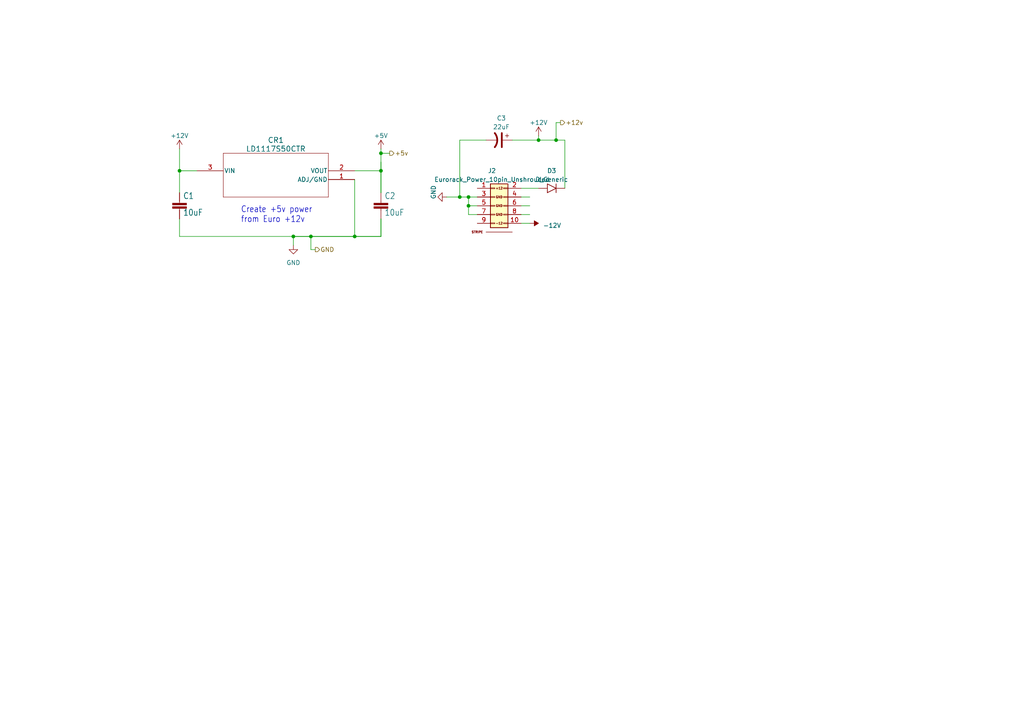
<source format=kicad_sch>
(kicad_sch (version 20230121) (generator eeschema)
  (paper "A4")
  (lib_symbols
    (symbol "Device:C_Polarized_US" (pin_numbers hide) (pin_names (offset 0.254) hide)
      (property "Reference" "C" (at 0.635 2.54 0))
      (property "Value" "C_Polarized_US" (at 0.635 -2.54 0))
      (symbol "C_Polarized_US_0_1"
        (polyline (pts (xy -2.032 0.762) (xy 2.032 0.762)) (stroke (width 0.508)))
        (polyline (pts (xy -1.778 2.286) (xy -0.762 2.286)))
        (polyline (pts (xy -1.27 1.778) (xy -1.27 2.794)))
        (arc (start 2.032 -1.27) (mid 0 -0.5572) (end -2.032 -1.27) (stroke (width 0.508)))
      )
      (symbol "C_Polarized_US_1_1"
        (pin passive line (at 0 3.81 270) (length 2.794) (name "~") (number "1"))
        (pin passive line (at 0 -3.81 90) (length 3.302) (name "~") (number "2"))
      )
    )
    (symbol "LD1117S50CTR-sot-223:LD1117S50CTR" (pin_names (offset 0.254))
      (property "Reference" "CR" (at 22.86 10.16 0))
      (property "Value" "LD1117S50CTR" (at 22.86 7.62 0))
      (symbol "LD1117S50CTR_0_1"
        (polyline (pts (xy 7.62 -7.62) (xy 38.1 -7.62)) (stroke (width 0.127)))
        (polyline (pts (xy 7.62 5.08) (xy 7.62 -7.62)) (stroke (width 0.127)))
        (polyline (pts (xy 38.1 -7.62) (xy 38.1 5.08)) (stroke (width 0.127)))
        (polyline (pts (xy 38.1 5.08) (xy 7.62 5.08)) (stroke (width 0.127)))
        (pin power_out line (at 0 0 0) (length 7.62) (name "ADJ/GND") (number "1"))
        (pin power_in line (at 0 -2.54 0) (length 7.62) (name "VOUT") (number "2"))
        (pin power_in line (at 45.72 -2.54 180) (length 7.62) (name "VIN") (number "3"))
      )
    )
    (symbol "PCM_4ms_Connector:Eurorack_Power_10pin_Unshrouded" (pin_names (offset 0.0254) hide)
      (property "Reference" "J" (at 0 3.81 0))
      (property "Value" "Eurorack_Power_10pin_Unshrouded" (at 0 6.35 0))
      (symbol "Eurorack_Power_10pin_Unshrouded_0_0"
        (text "+12" (at 0 1.27 0) (effects (font (size 0.635 0.635))))
        (text "-12" (at 0 -8.89 0) (effects (font (size 0.635 0.635))))
        (text "GND" (at 0 -6.35 0) (effects (font (size 0.635 0.635))))
        (text "GND" (at 0 -3.81 0) (effects (font (size 0.635 0.635))))
        (text "GND" (at 0 -1.27 0) (effects (font (size 0.635 0.635))))
        (text "STRIPE" (at -6.35 -11.43 0) (effects (font (size 0.635 0.635))))
      )
      (symbol "Eurorack_Power_10pin_Unshrouded_0_1"
        (rectangle (start -2.54 -10.16) (end 2.54 2.54) (stroke (width 0.254)) (fill (type background)))
        (rectangle (start -2.54 -8.763) (end -1.27 -9.017))
        (rectangle (start -2.54 -6.223) (end -1.27 -6.477))
        (rectangle (start -2.54 -3.683) (end -1.27 -3.937))
        (rectangle (start -2.54 -1.143) (end -1.27 -1.397))
        (rectangle (start -2.54 1.397) (end -1.27 1.143))
        (polyline (pts (xy -3.81 -11.43) (xy 3.81 -11.43) (xy 1.27 -11.43)))
        (rectangle (start 1.27 -8.763) (end 2.54 -9.017))
        (rectangle (start 1.27 -6.223) (end 2.54 -6.477))
        (rectangle (start 1.27 -3.683) (end 2.54 -3.937))
        (rectangle (start 1.27 -1.143) (end 2.54 -1.397))
        (rectangle (start 1.27 1.397) (end 2.54 1.143))
      )
      (symbol "Eurorack_Power_10pin_Unshrouded_1_1"
        (pin passive line (at -6.35 1.27 0) (length 3.81) (name "+12V") (number "1"))
        (pin passive line (at 6.35 -8.89 180) (length 3.81) (name "-12V") (number "10"))
        (pin passive line (at 6.35 1.27 180) (length 3.81) (name "+12V") (number "2"))
        (pin passive line (at -6.35 -1.27 0) (length 3.81) (name "GND") (number "3"))
        (pin passive line (at 6.35 -1.27 180) (length 3.81) (name "GND") (number "4"))
        (pin passive line (at -6.35 -3.81 0) (length 3.81) (name "GND") (number "5"))
        (pin passive line (at 6.35 -3.81 180) (length 3.81) (name "GND") (number "6"))
        (pin passive line (at -6.35 -6.35 0) (length 3.81) (name "GND") (number "7"))
        (pin passive line (at 6.35 -6.35 180) (length 3.81) (name "GND") (number "8"))
        (pin passive line (at -6.35 -8.89 0) (length 3.81) (name "-12V") (number "9"))
      )
    )
    (symbol "PCM_4ms_Diode:D_Generic" (pin_numbers hide) (pin_names (offset 1.016) hide)
      (property "Reference" "D" (at 0 2.54 0))
      (property "Value" "D_Generic" (at 0 -2.54 0))
      (symbol "D_Generic_0_1"
        (polyline (pts (xy -1.27 1.27) (xy -1.27 -1.27)) (stroke (width 0.2032)))
        (polyline (pts (xy 1.27 1.27) (xy 1.27 -1.27) (xy -1.27 0) (xy 1.27 1.27)) (stroke (width 0.2032)))
      )
      (symbol "D_Generic_1_1"
        (pin passive line (at -3.81 0 0) (length 2.54) (name "K") (number "1"))
        (pin passive line (at 3.81 0 180) (length 2.54) (name "A") (number "2"))
      )
    )
    (symbol "Simple Euclidean PCB v4-eagle-import:C5/2.5"
      (property "Reference" "C" (at 1.524 0.381 0))
      (symbol "C5/2.5_1_0"
        (rectangle (start -2.032 -2.032) (end 2.032 -1.524) (fill (type outline)))
        (rectangle (start -2.032 -1.016) (end 2.032 -0.508) (fill (type outline)))
        (polyline (pts (xy 0 -2.54) (xy 0 -2.032)) (stroke (width 0.1524)))
        (polyline (pts (xy 0 0) (xy 0 -0.508)) (stroke (width 0.1524)))
        (pin passive line (at 0 2.54 270) (length 2.54) (name "1") (number "1"))
        (pin passive line (at 0 -5.08 90) (length 2.54) (name "2") (number "2"))
      )
    )
    (symbol "power:+12V" (power) (pin_names (offset 0))
      (property "Value" "+12V" (at 0 3.556 0))
      (symbol "+12V_0_1"
        (polyline (pts (xy -0.762 1.27) (xy 0 2.54)))
        (polyline (pts (xy 0 0) (xy 0 2.54)))
        (polyline (pts (xy 0 2.54) (xy 0.762 1.27)))
      )
      (symbol "+12V_1_1"
        (pin power_in line (at 0 0 90) (length 0) hide (name "+12V") (number "1"))
      )
    )
    (symbol "power:+5V" (power) (pin_names (offset 0))
      (property "Value" "+5V" (at 0 3.556 0))
      (symbol "+5V_0_1"
        (polyline (pts (xy -0.762 1.27) (xy 0 2.54)))
        (polyline (pts (xy 0 0) (xy 0 2.54)))
        (polyline (pts (xy 0 2.54) (xy 0.762 1.27)))
      )
      (symbol "+5V_1_1"
        (pin power_in line (at 0 0 90) (length 0) hide (name "+5V") (number "1"))
      )
    )
    (symbol "power:-12V" (power) (pin_names (offset 0))
      (property "Value" "-12V" (at 0 3.81 0))
      (symbol "-12V_0_0"
        (pin power_in line (at 0 0 90) (length 0) hide (name "-12V") (number "1"))
      )
      (symbol "-12V_0_1"
        (polyline (pts (xy 0 0) (xy 0 1.27) (xy 0.762 1.27) (xy 0 2.54) (xy -0.762 1.27) (xy 0 1.27)) (fill (type outline)))
      )
    )
    (symbol "power:GND" (power) (pin_names (offset 0))
      (property "Value" "GND" (at 0 -3.81 0))
      (symbol "GND_0_1"
        (polyline (pts (xy 0 0) (xy 0 -1.27) (xy 1.27 -1.27) (xy 0 -2.54) (xy -1.27 -1.27) (xy 0 -1.27)))
      )
      (symbol "GND_1_1"
        (pin power_in line (at 0 0 270) (length 0) hide (name "GND") (number "1"))
      )
    )
  )
  (junction (at 102.87 68.58))
  (junction (at 52.07 49.53))
  (junction (at 156.21 40.64))
  (junction (at 133.35 57.15))
  (junction (at 110.49 44.45))
  (junction (at 135.89 57.15))
  (junction (at 85.09 68.58))
  (junction (at 110.49 49.53))
  (junction (at 161.29 40.64))
  (junction (at 135.89 59.69))
  (junction (at 90.17 68.58))
  (wire (pts (xy 135.89 57.15) (xy 133.35 57.15)) (stroke (width 0.1524)))
  (wire (pts (xy 151.13 59.69) (xy 153.67 59.69)) (stroke (width 0.1524)))
  (wire (pts (xy 151.13 62.23) (xy 153.67 62.23)) (stroke (width 0.1524)))
  (wire (pts (xy 151.13 57.15) (xy 153.67 57.15)) (stroke (width 0.1524)))
  (wire (pts (xy 163.83 54.61) (xy 163.83 40.64)) (stroke (width 0.1524)))
  (wire (pts (xy 52.07 63.5) (xy 52.07 68.58)) (stroke (width 0.1524)))
  (wire (pts (xy 90.17 72.39) (xy 91.44 72.39)) (stroke (width 0.1524)))
  (wire (pts (xy 161.29 40.64) (xy 161.29 35.56)) (stroke (width 0.1524)))
  (wire (pts (xy 135.89 59.69) (xy 135.89 62.23)) (stroke (width 0.1524)))
  (wire (pts (xy 110.49 43.18) (xy 110.49 44.45)) (stroke (width 0.1524)))
  (wire (pts (xy 163.83 40.64) (xy 161.29 40.64)) (stroke (width 0.1524)))
  (wire (pts (xy 140.97 40.64) (xy 133.35 40.64)) (stroke (width 0.1524)))
  (wire (pts (xy 57.15 49.53) (xy 52.07 49.53)) (stroke (width 0.1524)))
  (wire (pts (xy 85.09 68.58) (xy 90.17 68.58)) (stroke (width 0.1524)))
  (wire (pts (xy 110.49 55.88) (xy 110.49 49.53)))
  (wire (pts (xy 52.07 49.53) (xy 52.07 55.88)) (stroke (width 0.1524)))
  (wire (pts (xy 161.29 40.64) (xy 156.21 40.64)) (stroke (width 0.1524)))
  (wire (pts (xy 85.09 68.58) (xy 85.09 71.12)) (stroke (width 0.1524)))
  (wire (pts (xy 110.49 49.53) (xy 102.87 49.53)))
  (wire (pts (xy 161.29 35.56) (xy 162.56 35.56)) (stroke (width 0.1524)))
  (wire (pts (xy 110.49 44.45) (xy 110.49 49.53)) (stroke (width 0.1524)))
  (wire (pts (xy 135.89 59.69) (xy 138.43 59.69)) (stroke (width 0.1524)))
  (wire (pts (xy 90.17 68.58) (xy 102.87 68.58)))
  (wire (pts (xy 110.49 68.58) (xy 110.49 63.5)))
  (wire (pts (xy 110.49 44.45) (xy 113.03 44.45)) (stroke (width 0.1524)))
  (wire (pts (xy 52.07 68.58) (xy 85.09 68.58)) (stroke (width 0.1524)))
  (wire (pts (xy 135.89 57.15) (xy 138.43 57.15)) (stroke (width 0.1524)))
  (wire (pts (xy 52.07 43.18) (xy 52.07 49.53)) (stroke (width 0.1524)))
  (wire (pts (xy 110.49 68.58) (xy 110.49 63.5)) (stroke (width 0.1524)))
  (wire (pts (xy 102.87 68.58) (xy 102.87 52.07)))
  (wire (pts (xy 85.09 68.58) (xy 90.17 68.58)))
  (wire (pts (xy 156.21 39.37) (xy 156.21 40.64)))
  (wire (pts (xy 102.87 68.58) (xy 110.49 68.58)) (stroke (width 0.1524)))
  (wire (pts (xy 133.35 40.64) (xy 133.35 57.15)) (stroke (width 0.1524)))
  (wire (pts (xy 156.21 40.64) (xy 148.59 40.64)) (stroke (width 0.1524)))
  (wire (pts (xy 151.13 54.61) (xy 156.21 54.61)) (stroke (width 0.1524)))
  (wire (pts (xy 110.49 49.53) (xy 110.49 55.88)) (stroke (width 0.1524)))
  (wire (pts (xy 110.49 49.53) (xy 110.49 46.99)))
  (wire (pts (xy 90.17 68.58) (xy 102.87 68.58)) (stroke (width 0.1524)))
  (wire (pts (xy 153.67 64.77) (xy 151.13 64.77)) (stroke (width 0.1524)))
  (wire (pts (xy 135.89 62.23) (xy 138.43 62.23)) (stroke (width 0.1524)))
  (wire (pts (xy 133.35 57.15) (xy 129.54 57.15)) (stroke (width 0.1524)))
  (wire (pts (xy 57.15 49.53) (xy 52.07 49.53)))
  (wire (pts (xy 135.89 59.69) (xy 135.89 57.15)) (stroke (width 0.1524)))
  (wire (pts (xy 90.17 68.58) (xy 90.17 72.39)) (stroke (width 0.1524)))
  (wire (pts (xy 102.87 68.58) (xy 110.49 68.58)))
  (text "Create +5v power\nfrom Euro +12v" (at 69.85 64.77 0) (effects (font (size 1.778 1.5113)) (justify left bottom)))
  (hierarchical_label "GND" (shape output) (at 91.44 72.39 0))
  (hierarchical_label "+12v" (shape output) (at 162.56 35.56 0))
  (hierarchical_label "+5v" (shape output) (at 113.03 44.45 0))
  (symbol (lib_id "power:+12V") (at 156.21 39.37 0) (unit 1)
    (property "Reference" "#PWR09" (effects hide))
    (property "Value" "+12V" (at 156.21 35.56 0))
  )
  (symbol (lib_id "power:-12V") (at 153.67 64.77 270) (unit 1)
    (property "Reference" "#PWR08" (effects hide))
    (property "Value" "-12V" (at 157.48 65.405 90) (effects (justify left)))
  )
  (symbol (lib_id "PCM_4ms_Connector:Eurorack_Power_10pin_Unshrouded") (at 144.78 55.88 0) (unit 1)
    (property "Reference" "J2" (at 142.6832 49.53 0))
    (property "Value" "Eurorack_Power_10pin_Unshrouded" (at 142.6832 52.07 0))
    (property "Footprint" "PCM_4ms_Connector:Pins_2x05_2.54mm_TH_Europower" (effects hide))
    (property "Specifications" "HEADER 2x5 MALE PINS 0.100” 180deg" (effects hide))
    (property "Manufacturer" "TAD" (effects hide))
    (property "Part Number" "1-1002FBV0T" (effects hide))
  )
  (symbol (lib_id "power:GND") (at 85.09 71.12 0) (unit 1)
    (property "Reference" "#PWR05" (effects hide))
    (property "Value" "GND" (at 85.09 76.2 0))
  )
  (symbol (lib_id "power:+5V") (at 110.49 43.18 0) (unit 1)
    (property "Reference" "#PWR06" (effects hide))
    (property "Value" "+5V" (at 110.49 39.37 0))
  )
  (symbol (lib_id "LD1117S50CTR-sot-223:LD1117S50CTR") (at 102.87 52.07 180) (unit 1)
    (property "Reference" "CR1" (at 80.01 40.64 0) (effects (font (size 1.524 1.524))))
    (property "Value" "LD1117S50CTR" (at 80.01 43.18 0) (effects (font (size 1.524 1.524))))
    (property "Footprint" "SOT-223_STM" (effects hide))
    (property "Datasheet" "LD1117S50CTR" (effects hide))
  )
  (symbol (lib_id "Simple Euclidean PCB v4-eagle-import:C5/2.5") (at 52.07 58.42 0) (unit 1)
    (property "Reference" "C1" (at 53.086 57.785 0) (effects (font (size 1.778 1.5113)) (justify left bottom)))
    (property "Value" "10uF" (at 53.086 62.611 0) (effects (font (size 1.778 1.5113)) (justify left bottom)))
    (property "Footprint" "Capacitor_THT:C_Disc_D4.3mm_W1.9mm_P5.00mm" (effects hide))
  )
  (symbol (lib_id "Device:C_Polarized_US") (at 144.78 40.64 270) (unit 1)
    (property "Reference" "C3" (at 145.415 34.29 90))
    (property "Value" "22uF" (at 145.415 36.83 90))
    (property "Footprint" "Capacitor_THT:CP_Radial_D5.0mm_P2.50mm" (effects hide))
  )
  (symbol (lib_id "power:GND") (at 129.54 57.15 270) (unit 1)
    (property "Reference" "#PWR07" (effects hide))
    (property "Value" "GND" (at 125.73 57.785 0) (effects (justify right)))
  )
  (symbol (lib_id "power:+12V") (at 52.07 43.18 0) (unit 1)
    (property "Reference" "#PWR04" (effects hide))
    (property "Value" "+12V" (at 52.07 39.37 0))
  )
  (symbol (lib_id "Simple Euclidean PCB v4-eagle-import:C5/2.5") (at 110.49 58.42 0) (unit 1)
    (property "Reference" "C2" (at 111.506 57.785 0) (effects (font (size 1.778 1.5113)) (justify left bottom)))
    (property "Value" "10uF" (at 111.506 62.611 0) (effects (font (size 1.778 1.5113)) (justify left bottom)))
    (property "Footprint" "Capacitor_THT:C_Disc_D4.3mm_W1.9mm_P5.00mm" (effects hide))
  )
  (symbol (lib_id "PCM_4ms_Diode:D_Generic") (at 160.02 54.61 180) (unit 1)
    (property "Reference" "D3" (at 160.02 49.53 0))
    (property "Value" "D_Generic" (at 160.02 52.07 0))
    (property "Footprint" "PCM_4ms_Diode:D_DO-35_P7.62mm_Horizontal" (effects hide))
  )
)
</source>
